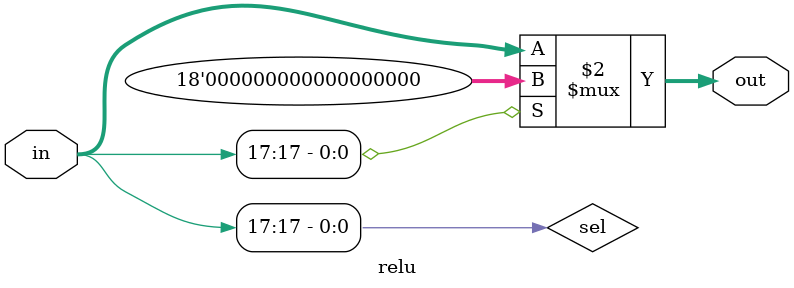
<source format=v>
module relu(in,out);
input wire [17:0] in;
output wire [17:0] out;

wire sel=in[17];

assign out = !(sel) ? in : 18'b0;


endmodule

</source>
